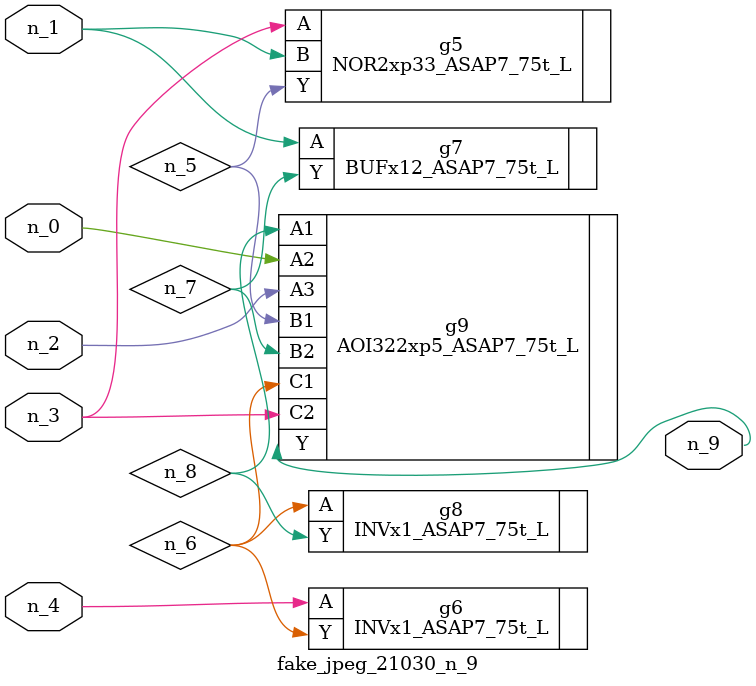
<source format=v>
module fake_jpeg_21030_n_9 (n_3, n_2, n_1, n_0, n_4, n_9);

input n_3;
input n_2;
input n_1;
input n_0;
input n_4;

output n_9;

wire n_8;
wire n_6;
wire n_5;
wire n_7;

NOR2xp33_ASAP7_75t_L g5 ( 
.A(n_3),
.B(n_1),
.Y(n_5)
);

INVx1_ASAP7_75t_L g6 ( 
.A(n_4),
.Y(n_6)
);

BUFx12_ASAP7_75t_L g7 ( 
.A(n_1),
.Y(n_7)
);

INVx1_ASAP7_75t_L g8 ( 
.A(n_6),
.Y(n_8)
);

AOI322xp5_ASAP7_75t_L g9 ( 
.A1(n_8),
.A2(n_0),
.A3(n_2),
.B1(n_5),
.B2(n_7),
.C1(n_6),
.C2(n_3),
.Y(n_9)
);


endmodule
</source>
